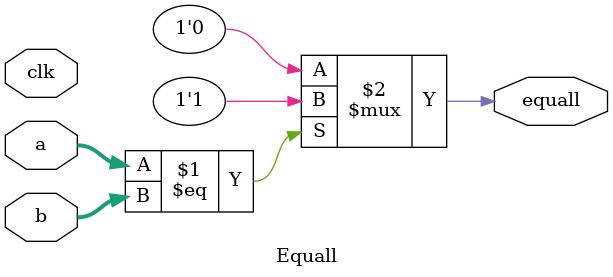
<source format=v>
module Equall( clk, a, b, equall ) ;

	input[31:0] a, b ; 
	input clk ;
	output equall ; 
	 
	assign equall = ( a == b ) ? 1'b1 : 1'b0;
	
	/*initial 
	begin 
		equall = 1'b0 ; 
	end 
	
	always @( posedge clk  )
	begin 
		if ( a == b ) 
			equall = 1'b1 ; 
		else 
			equall = 1'b0 ; 
	end */
	
	
endmodule 
</source>
